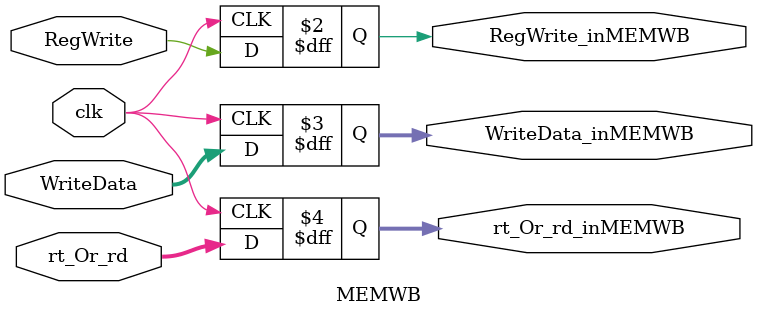
<source format=v>
`timescale 1ns / 1ps


module MEMWB(clk,RegWrite,WriteData,rt_Or_rd,
            RegWrite_inMEMWB,WriteData_inMEMWB,rt_Or_rd_inMEMWB);
    input clk;
    input RegWrite;
    input [31:0] WriteData;
    input [4:0] rt_Or_rd;

    output reg RegWrite_inMEMWB;
    output reg [31:0] WriteData_inMEMWB;
    output reg [4:0] rt_Or_rd_inMEMWB;

    always @(posedge clk) begin
        RegWrite_inMEMWB = RegWrite;
        WriteData_inMEMWB = WriteData;
        rt_Or_rd_inMEMWB = rt_Or_rd;
    end
endmodule

</source>
